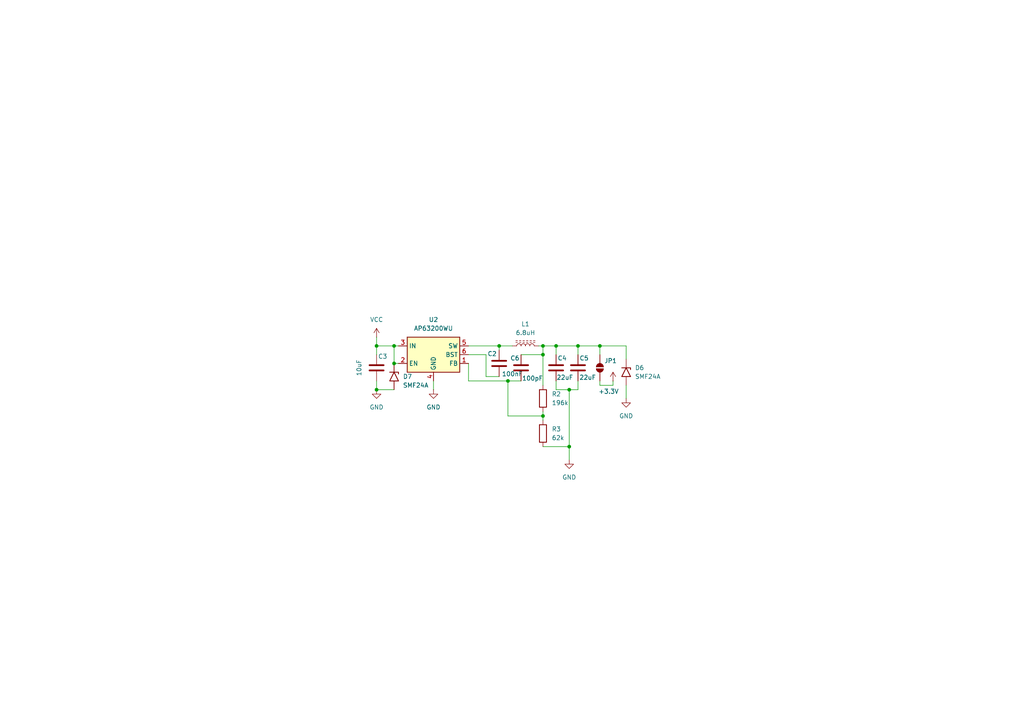
<source format=kicad_sch>
(kicad_sch
	(version 20250114)
	(generator "eeschema")
	(generator_version "9.0")
	(uuid "7e4294f7-fcce-4a84-9a6f-c6dcfccf890e")
	(paper "A4")
	(lib_symbols
		(symbol "Device:C"
			(pin_numbers
				(hide yes)
			)
			(pin_names
				(offset 0.254)
			)
			(exclude_from_sim no)
			(in_bom yes)
			(on_board yes)
			(property "Reference" "C"
				(at 0.635 2.54 0)
				(effects
					(font
						(size 1.27 1.27)
					)
					(justify left)
				)
			)
			(property "Value" "C"
				(at 0.635 -2.54 0)
				(effects
					(font
						(size 1.27 1.27)
					)
					(justify left)
				)
			)
			(property "Footprint" ""
				(at 0.9652 -3.81 0)
				(effects
					(font
						(size 1.27 1.27)
					)
					(hide yes)
				)
			)
			(property "Datasheet" "~"
				(at 0 0 0)
				(effects
					(font
						(size 1.27 1.27)
					)
					(hide yes)
				)
			)
			(property "Description" "Unpolarized capacitor"
				(at 0 0 0)
				(effects
					(font
						(size 1.27 1.27)
					)
					(hide yes)
				)
			)
			(property "ki_keywords" "cap capacitor"
				(at 0 0 0)
				(effects
					(font
						(size 1.27 1.27)
					)
					(hide yes)
				)
			)
			(property "ki_fp_filters" "C_*"
				(at 0 0 0)
				(effects
					(font
						(size 1.27 1.27)
					)
					(hide yes)
				)
			)
			(symbol "C_0_1"
				(polyline
					(pts
						(xy -2.032 0.762) (xy 2.032 0.762)
					)
					(stroke
						(width 0.508)
						(type default)
					)
					(fill
						(type none)
					)
				)
				(polyline
					(pts
						(xy -2.032 -0.762) (xy 2.032 -0.762)
					)
					(stroke
						(width 0.508)
						(type default)
					)
					(fill
						(type none)
					)
				)
			)
			(symbol "C_1_1"
				(pin passive line
					(at 0 3.81 270)
					(length 2.794)
					(name "~"
						(effects
							(font
								(size 1.27 1.27)
							)
						)
					)
					(number "1"
						(effects
							(font
								(size 1.27 1.27)
							)
						)
					)
				)
				(pin passive line
					(at 0 -3.81 90)
					(length 2.794)
					(name "~"
						(effects
							(font
								(size 1.27 1.27)
							)
						)
					)
					(number "2"
						(effects
							(font
								(size 1.27 1.27)
							)
						)
					)
				)
			)
			(embedded_fonts no)
		)
		(symbol "Device:L_Ferrite"
			(pin_numbers
				(hide yes)
			)
			(pin_names
				(offset 1.016)
				(hide yes)
			)
			(exclude_from_sim no)
			(in_bom yes)
			(on_board yes)
			(property "Reference" "L"
				(at -1.27 0 90)
				(effects
					(font
						(size 1.27 1.27)
					)
				)
			)
			(property "Value" "L_Ferrite"
				(at 2.794 0 90)
				(effects
					(font
						(size 1.27 1.27)
					)
				)
			)
			(property "Footprint" ""
				(at 0 0 0)
				(effects
					(font
						(size 1.27 1.27)
					)
					(hide yes)
				)
			)
			(property "Datasheet" "~"
				(at 0 0 0)
				(effects
					(font
						(size 1.27 1.27)
					)
					(hide yes)
				)
			)
			(property "Description" "Inductor with ferrite core"
				(at 0 0 0)
				(effects
					(font
						(size 1.27 1.27)
					)
					(hide yes)
				)
			)
			(property "ki_keywords" "inductor choke coil reactor magnetic"
				(at 0 0 0)
				(effects
					(font
						(size 1.27 1.27)
					)
					(hide yes)
				)
			)
			(property "ki_fp_filters" "Choke_* *Coil* Inductor_* L_*"
				(at 0 0 0)
				(effects
					(font
						(size 1.27 1.27)
					)
					(hide yes)
				)
			)
			(symbol "L_Ferrite_0_1"
				(arc
					(start 0 2.54)
					(mid 0.6323 1.905)
					(end 0 1.27)
					(stroke
						(width 0)
						(type default)
					)
					(fill
						(type none)
					)
				)
				(arc
					(start 0 1.27)
					(mid 0.6323 0.635)
					(end 0 0)
					(stroke
						(width 0)
						(type default)
					)
					(fill
						(type none)
					)
				)
				(arc
					(start 0 0)
					(mid 0.6323 -0.635)
					(end 0 -1.27)
					(stroke
						(width 0)
						(type default)
					)
					(fill
						(type none)
					)
				)
				(arc
					(start 0 -1.27)
					(mid 0.6323 -1.905)
					(end 0 -2.54)
					(stroke
						(width 0)
						(type default)
					)
					(fill
						(type none)
					)
				)
				(polyline
					(pts
						(xy 1.016 2.286) (xy 1.016 2.794)
					)
					(stroke
						(width 0)
						(type default)
					)
					(fill
						(type none)
					)
				)
				(polyline
					(pts
						(xy 1.016 1.27) (xy 1.016 1.778)
					)
					(stroke
						(width 0)
						(type default)
					)
					(fill
						(type none)
					)
				)
				(polyline
					(pts
						(xy 1.016 0.254) (xy 1.016 0.762)
					)
					(stroke
						(width 0)
						(type default)
					)
					(fill
						(type none)
					)
				)
				(polyline
					(pts
						(xy 1.016 -0.762) (xy 1.016 -0.254)
					)
					(stroke
						(width 0)
						(type default)
					)
					(fill
						(type none)
					)
				)
				(polyline
					(pts
						(xy 1.016 -1.778) (xy 1.016 -1.27)
					)
					(stroke
						(width 0)
						(type default)
					)
					(fill
						(type none)
					)
				)
				(polyline
					(pts
						(xy 1.016 -2.794) (xy 1.016 -2.286)
					)
					(stroke
						(width 0)
						(type default)
					)
					(fill
						(type none)
					)
				)
				(polyline
					(pts
						(xy 1.524 2.794) (xy 1.524 2.286)
					)
					(stroke
						(width 0)
						(type default)
					)
					(fill
						(type none)
					)
				)
				(polyline
					(pts
						(xy 1.524 1.778) (xy 1.524 1.27)
					)
					(stroke
						(width 0)
						(type default)
					)
					(fill
						(type none)
					)
				)
				(polyline
					(pts
						(xy 1.524 0.762) (xy 1.524 0.254)
					)
					(stroke
						(width 0)
						(type default)
					)
					(fill
						(type none)
					)
				)
				(polyline
					(pts
						(xy 1.524 -0.254) (xy 1.524 -0.762)
					)
					(stroke
						(width 0)
						(type default)
					)
					(fill
						(type none)
					)
				)
				(polyline
					(pts
						(xy 1.524 -1.27) (xy 1.524 -1.778)
					)
					(stroke
						(width 0)
						(type default)
					)
					(fill
						(type none)
					)
				)
				(polyline
					(pts
						(xy 1.524 -2.286) (xy 1.524 -2.794)
					)
					(stroke
						(width 0)
						(type default)
					)
					(fill
						(type none)
					)
				)
			)
			(symbol "L_Ferrite_1_1"
				(pin passive line
					(at 0 3.81 270)
					(length 1.27)
					(name "1"
						(effects
							(font
								(size 1.27 1.27)
							)
						)
					)
					(number "1"
						(effects
							(font
								(size 1.27 1.27)
							)
						)
					)
				)
				(pin passive line
					(at 0 -3.81 90)
					(length 1.27)
					(name "2"
						(effects
							(font
								(size 1.27 1.27)
							)
						)
					)
					(number "2"
						(effects
							(font
								(size 1.27 1.27)
							)
						)
					)
				)
			)
			(embedded_fonts no)
		)
		(symbol "Device:R"
			(pin_numbers
				(hide yes)
			)
			(pin_names
				(offset 0)
			)
			(exclude_from_sim no)
			(in_bom yes)
			(on_board yes)
			(property "Reference" "R"
				(at 2.032 0 90)
				(effects
					(font
						(size 1.27 1.27)
					)
				)
			)
			(property "Value" "R"
				(at 0 0 90)
				(effects
					(font
						(size 1.27 1.27)
					)
				)
			)
			(property "Footprint" ""
				(at -1.778 0 90)
				(effects
					(font
						(size 1.27 1.27)
					)
					(hide yes)
				)
			)
			(property "Datasheet" "~"
				(at 0 0 0)
				(effects
					(font
						(size 1.27 1.27)
					)
					(hide yes)
				)
			)
			(property "Description" "Resistor"
				(at 0 0 0)
				(effects
					(font
						(size 1.27 1.27)
					)
					(hide yes)
				)
			)
			(property "ki_keywords" "R res resistor"
				(at 0 0 0)
				(effects
					(font
						(size 1.27 1.27)
					)
					(hide yes)
				)
			)
			(property "ki_fp_filters" "R_*"
				(at 0 0 0)
				(effects
					(font
						(size 1.27 1.27)
					)
					(hide yes)
				)
			)
			(symbol "R_0_1"
				(rectangle
					(start -1.016 -2.54)
					(end 1.016 2.54)
					(stroke
						(width 0.254)
						(type default)
					)
					(fill
						(type none)
					)
				)
			)
			(symbol "R_1_1"
				(pin passive line
					(at 0 3.81 270)
					(length 1.27)
					(name "~"
						(effects
							(font
								(size 1.27 1.27)
							)
						)
					)
					(number "1"
						(effects
							(font
								(size 1.27 1.27)
							)
						)
					)
				)
				(pin passive line
					(at 0 -3.81 90)
					(length 1.27)
					(name "~"
						(effects
							(font
								(size 1.27 1.27)
							)
						)
					)
					(number "2"
						(effects
							(font
								(size 1.27 1.27)
							)
						)
					)
				)
			)
			(embedded_fonts no)
		)
		(symbol "Diode:SMF24A"
			(pin_numbers
				(hide yes)
			)
			(pin_names
				(offset 1.016)
				(hide yes)
			)
			(exclude_from_sim no)
			(in_bom yes)
			(on_board yes)
			(property "Reference" "D"
				(at 0 2.54 0)
				(effects
					(font
						(size 1.27 1.27)
					)
				)
			)
			(property "Value" "SMF24A"
				(at 0 -2.54 0)
				(effects
					(font
						(size 1.27 1.27)
					)
				)
			)
			(property "Footprint" "Diode_SMD:D_SMF"
				(at 0 -5.08 0)
				(effects
					(font
						(size 1.27 1.27)
					)
					(hide yes)
				)
			)
			(property "Datasheet" "https://www.vishay.com/doc?85881"
				(at -1.27 0 0)
				(effects
					(font
						(size 1.27 1.27)
					)
					(hide yes)
				)
			)
			(property "Description" "200W unidirectional Transil Transient Voltage Suppressor, 24Vrwm, SMF"
				(at 0 0 0)
				(effects
					(font
						(size 1.27 1.27)
					)
					(hide yes)
				)
			)
			(property "ki_keywords" "diode TVS voltage suppressor"
				(at 0 0 0)
				(effects
					(font
						(size 1.27 1.27)
					)
					(hide yes)
				)
			)
			(property "ki_fp_filters" "D*SMF*"
				(at 0 0 0)
				(effects
					(font
						(size 1.27 1.27)
					)
					(hide yes)
				)
			)
			(symbol "SMF24A_0_1"
				(polyline
					(pts
						(xy -0.762 1.27) (xy -1.27 1.27) (xy -1.27 -1.27)
					)
					(stroke
						(width 0.254)
						(type default)
					)
					(fill
						(type none)
					)
				)
				(polyline
					(pts
						(xy 1.27 1.27) (xy 1.27 -1.27) (xy -1.27 0) (xy 1.27 1.27)
					)
					(stroke
						(width 0.254)
						(type default)
					)
					(fill
						(type none)
					)
				)
			)
			(symbol "SMF24A_1_1"
				(pin passive line
					(at -3.81 0 0)
					(length 2.54)
					(name "A1"
						(effects
							(font
								(size 1.27 1.27)
							)
						)
					)
					(number "1"
						(effects
							(font
								(size 1.27 1.27)
							)
						)
					)
				)
				(pin passive line
					(at 3.81 0 180)
					(length 2.54)
					(name "A2"
						(effects
							(font
								(size 1.27 1.27)
							)
						)
					)
					(number "2"
						(effects
							(font
								(size 1.27 1.27)
							)
						)
					)
				)
			)
			(embedded_fonts no)
		)
		(symbol "Jumper:SolderJumper_2_Open"
			(pin_numbers
				(hide yes)
			)
			(pin_names
				(offset 0)
				(hide yes)
			)
			(exclude_from_sim no)
			(in_bom no)
			(on_board yes)
			(property "Reference" "JP"
				(at 0 2.032 0)
				(effects
					(font
						(size 1.27 1.27)
					)
				)
			)
			(property "Value" "SolderJumper_2_Open"
				(at 0 -2.54 0)
				(effects
					(font
						(size 1.27 1.27)
					)
				)
			)
			(property "Footprint" ""
				(at 0 0 0)
				(effects
					(font
						(size 1.27 1.27)
					)
					(hide yes)
				)
			)
			(property "Datasheet" "~"
				(at 0 0 0)
				(effects
					(font
						(size 1.27 1.27)
					)
					(hide yes)
				)
			)
			(property "Description" "Solder Jumper, 2-pole, open"
				(at 0 0 0)
				(effects
					(font
						(size 1.27 1.27)
					)
					(hide yes)
				)
			)
			(property "ki_keywords" "solder jumper SPST"
				(at 0 0 0)
				(effects
					(font
						(size 1.27 1.27)
					)
					(hide yes)
				)
			)
			(property "ki_fp_filters" "SolderJumper*Open*"
				(at 0 0 0)
				(effects
					(font
						(size 1.27 1.27)
					)
					(hide yes)
				)
			)
			(symbol "SolderJumper_2_Open_0_1"
				(polyline
					(pts
						(xy -0.254 1.016) (xy -0.254 -1.016)
					)
					(stroke
						(width 0)
						(type default)
					)
					(fill
						(type none)
					)
				)
				(arc
					(start -0.254 -1.016)
					(mid -1.2656 0)
					(end -0.254 1.016)
					(stroke
						(width 0)
						(type default)
					)
					(fill
						(type none)
					)
				)
				(arc
					(start -0.254 -1.016)
					(mid -1.2656 0)
					(end -0.254 1.016)
					(stroke
						(width 0)
						(type default)
					)
					(fill
						(type outline)
					)
				)
				(arc
					(start 0.254 1.016)
					(mid 1.2656 0)
					(end 0.254 -1.016)
					(stroke
						(width 0)
						(type default)
					)
					(fill
						(type none)
					)
				)
				(arc
					(start 0.254 1.016)
					(mid 1.2656 0)
					(end 0.254 -1.016)
					(stroke
						(width 0)
						(type default)
					)
					(fill
						(type outline)
					)
				)
				(polyline
					(pts
						(xy 0.254 1.016) (xy 0.254 -1.016)
					)
					(stroke
						(width 0)
						(type default)
					)
					(fill
						(type none)
					)
				)
			)
			(symbol "SolderJumper_2_Open_1_1"
				(pin passive line
					(at -3.81 0 0)
					(length 2.54)
					(name "A"
						(effects
							(font
								(size 1.27 1.27)
							)
						)
					)
					(number "1"
						(effects
							(font
								(size 1.27 1.27)
							)
						)
					)
				)
				(pin passive line
					(at 3.81 0 180)
					(length 2.54)
					(name "B"
						(effects
							(font
								(size 1.27 1.27)
							)
						)
					)
					(number "2"
						(effects
							(font
								(size 1.27 1.27)
							)
						)
					)
				)
			)
			(embedded_fonts no)
		)
		(symbol "Regulator_Switching:AP63200WU"
			(exclude_from_sim no)
			(in_bom yes)
			(on_board yes)
			(property "Reference" "U"
				(at -7.62 6.35 0)
				(effects
					(font
						(size 1.27 1.27)
					)
				)
			)
			(property "Value" "AP63200WU"
				(at 2.54 6.35 0)
				(effects
					(font
						(size 1.27 1.27)
					)
				)
			)
			(property "Footprint" "Package_TO_SOT_SMD:TSOT-23-6"
				(at 0 -22.86 0)
				(effects
					(font
						(size 1.27 1.27)
					)
					(hide yes)
				)
			)
			(property "Datasheet" "https://www.diodes.com/assets/Datasheets/AP63200-AP63201-AP63203-AP63205.pdf"
				(at 0 0 0)
				(effects
					(font
						(size 1.27 1.27)
					)
					(hide yes)
				)
			)
			(property "Description" "2A, 500kHz Buck DC/DC Converter, adjustable output voltage, TSOT-23-6"
				(at 0 0 0)
				(effects
					(font
						(size 1.27 1.27)
					)
					(hide yes)
				)
			)
			(property "ki_keywords" "2A Buck DC/DC"
				(at 0 0 0)
				(effects
					(font
						(size 1.27 1.27)
					)
					(hide yes)
				)
			)
			(property "ki_fp_filters" "TSOT?23*"
				(at 0 0 0)
				(effects
					(font
						(size 1.27 1.27)
					)
					(hide yes)
				)
			)
			(symbol "AP63200WU_0_1"
				(rectangle
					(start -7.62 5.08)
					(end 7.62 -5.08)
					(stroke
						(width 0.254)
						(type default)
					)
					(fill
						(type background)
					)
				)
			)
			(symbol "AP63200WU_1_1"
				(pin power_in line
					(at -10.16 2.54 0)
					(length 2.54)
					(name "IN"
						(effects
							(font
								(size 1.27 1.27)
							)
						)
					)
					(number "3"
						(effects
							(font
								(size 1.27 1.27)
							)
						)
					)
				)
				(pin input line
					(at -10.16 -2.54 0)
					(length 2.54)
					(name "EN"
						(effects
							(font
								(size 1.27 1.27)
							)
						)
					)
					(number "2"
						(effects
							(font
								(size 1.27 1.27)
							)
						)
					)
				)
				(pin power_in line
					(at 0 -7.62 90)
					(length 2.54)
					(name "GND"
						(effects
							(font
								(size 1.27 1.27)
							)
						)
					)
					(number "4"
						(effects
							(font
								(size 1.27 1.27)
							)
						)
					)
				)
				(pin output line
					(at 10.16 2.54 180)
					(length 2.54)
					(name "SW"
						(effects
							(font
								(size 1.27 1.27)
							)
						)
					)
					(number "5"
						(effects
							(font
								(size 1.27 1.27)
							)
						)
					)
				)
				(pin passive line
					(at 10.16 0 180)
					(length 2.54)
					(name "BST"
						(effects
							(font
								(size 1.27 1.27)
							)
						)
					)
					(number "6"
						(effects
							(font
								(size 1.27 1.27)
							)
						)
					)
				)
				(pin input line
					(at 10.16 -2.54 180)
					(length 2.54)
					(name "FB"
						(effects
							(font
								(size 1.27 1.27)
							)
						)
					)
					(number "1"
						(effects
							(font
								(size 1.27 1.27)
							)
						)
					)
				)
			)
			(embedded_fonts no)
		)
		(symbol "power:+3.3V"
			(power)
			(pin_numbers
				(hide yes)
			)
			(pin_names
				(offset 0)
				(hide yes)
			)
			(exclude_from_sim no)
			(in_bom yes)
			(on_board yes)
			(property "Reference" "#PWR"
				(at 0 -3.81 0)
				(effects
					(font
						(size 1.27 1.27)
					)
					(hide yes)
				)
			)
			(property "Value" "+3.3V"
				(at 0 3.556 0)
				(effects
					(font
						(size 1.27 1.27)
					)
				)
			)
			(property "Footprint" ""
				(at 0 0 0)
				(effects
					(font
						(size 1.27 1.27)
					)
					(hide yes)
				)
			)
			(property "Datasheet" ""
				(at 0 0 0)
				(effects
					(font
						(size 1.27 1.27)
					)
					(hide yes)
				)
			)
			(property "Description" "Power symbol creates a global label with name \"+3.3V\""
				(at 0 0 0)
				(effects
					(font
						(size 1.27 1.27)
					)
					(hide yes)
				)
			)
			(property "ki_keywords" "global power"
				(at 0 0 0)
				(effects
					(font
						(size 1.27 1.27)
					)
					(hide yes)
				)
			)
			(symbol "+3.3V_0_1"
				(polyline
					(pts
						(xy -0.762 1.27) (xy 0 2.54)
					)
					(stroke
						(width 0)
						(type default)
					)
					(fill
						(type none)
					)
				)
				(polyline
					(pts
						(xy 0 2.54) (xy 0.762 1.27)
					)
					(stroke
						(width 0)
						(type default)
					)
					(fill
						(type none)
					)
				)
				(polyline
					(pts
						(xy 0 0) (xy 0 2.54)
					)
					(stroke
						(width 0)
						(type default)
					)
					(fill
						(type none)
					)
				)
			)
			(symbol "+3.3V_1_1"
				(pin power_in line
					(at 0 0 90)
					(length 0)
					(name "~"
						(effects
							(font
								(size 1.27 1.27)
							)
						)
					)
					(number "1"
						(effects
							(font
								(size 1.27 1.27)
							)
						)
					)
				)
			)
			(embedded_fonts no)
		)
		(symbol "power:GND"
			(power)
			(pin_numbers
				(hide yes)
			)
			(pin_names
				(offset 0)
				(hide yes)
			)
			(exclude_from_sim no)
			(in_bom yes)
			(on_board yes)
			(property "Reference" "#PWR"
				(at 0 -6.35 0)
				(effects
					(font
						(size 1.27 1.27)
					)
					(hide yes)
				)
			)
			(property "Value" "GND"
				(at 0 -3.81 0)
				(effects
					(font
						(size 1.27 1.27)
					)
				)
			)
			(property "Footprint" ""
				(at 0 0 0)
				(effects
					(font
						(size 1.27 1.27)
					)
					(hide yes)
				)
			)
			(property "Datasheet" ""
				(at 0 0 0)
				(effects
					(font
						(size 1.27 1.27)
					)
					(hide yes)
				)
			)
			(property "Description" "Power symbol creates a global label with name \"GND\" , ground"
				(at 0 0 0)
				(effects
					(font
						(size 1.27 1.27)
					)
					(hide yes)
				)
			)
			(property "ki_keywords" "global power"
				(at 0 0 0)
				(effects
					(font
						(size 1.27 1.27)
					)
					(hide yes)
				)
			)
			(symbol "GND_0_1"
				(polyline
					(pts
						(xy 0 0) (xy 0 -1.27) (xy 1.27 -1.27) (xy 0 -2.54) (xy -1.27 -1.27) (xy 0 -1.27)
					)
					(stroke
						(width 0)
						(type default)
					)
					(fill
						(type none)
					)
				)
			)
			(symbol "GND_1_1"
				(pin power_in line
					(at 0 0 270)
					(length 0)
					(name "~"
						(effects
							(font
								(size 1.27 1.27)
							)
						)
					)
					(number "1"
						(effects
							(font
								(size 1.27 1.27)
							)
						)
					)
				)
			)
			(embedded_fonts no)
		)
		(symbol "power:VCC"
			(power)
			(pin_numbers
				(hide yes)
			)
			(pin_names
				(offset 0)
				(hide yes)
			)
			(exclude_from_sim no)
			(in_bom yes)
			(on_board yes)
			(property "Reference" "#PWR"
				(at 0 -3.81 0)
				(effects
					(font
						(size 1.27 1.27)
					)
					(hide yes)
				)
			)
			(property "Value" "VCC"
				(at 0 3.556 0)
				(effects
					(font
						(size 1.27 1.27)
					)
				)
			)
			(property "Footprint" ""
				(at 0 0 0)
				(effects
					(font
						(size 1.27 1.27)
					)
					(hide yes)
				)
			)
			(property "Datasheet" ""
				(at 0 0 0)
				(effects
					(font
						(size 1.27 1.27)
					)
					(hide yes)
				)
			)
			(property "Description" "Power symbol creates a global label with name \"VCC\""
				(at 0 0 0)
				(effects
					(font
						(size 1.27 1.27)
					)
					(hide yes)
				)
			)
			(property "ki_keywords" "global power"
				(at 0 0 0)
				(effects
					(font
						(size 1.27 1.27)
					)
					(hide yes)
				)
			)
			(symbol "VCC_0_1"
				(polyline
					(pts
						(xy -0.762 1.27) (xy 0 2.54)
					)
					(stroke
						(width 0)
						(type default)
					)
					(fill
						(type none)
					)
				)
				(polyline
					(pts
						(xy 0 2.54) (xy 0.762 1.27)
					)
					(stroke
						(width 0)
						(type default)
					)
					(fill
						(type none)
					)
				)
				(polyline
					(pts
						(xy 0 0) (xy 0 2.54)
					)
					(stroke
						(width 0)
						(type default)
					)
					(fill
						(type none)
					)
				)
			)
			(symbol "VCC_1_1"
				(pin power_in line
					(at 0 0 90)
					(length 0)
					(name "~"
						(effects
							(font
								(size 1.27 1.27)
							)
						)
					)
					(number "1"
						(effects
							(font
								(size 1.27 1.27)
							)
						)
					)
				)
			)
			(embedded_fonts no)
		)
	)
	(junction
		(at 157.48 100.33)
		(diameter 0)
		(color 0 0 0 0)
		(uuid "1a874b69-72a3-4ab0-b174-ed3ed5dbf236")
	)
	(junction
		(at 165.1 129.54)
		(diameter 0)
		(color 0 0 0 0)
		(uuid "2cc453ee-b4fb-4d48-b6d1-696aecd5ce4b")
	)
	(junction
		(at 114.3 105.41)
		(diameter 0)
		(color 0 0 0 0)
		(uuid "30b9fb34-5253-4b2c-b016-ab392dc74b55")
	)
	(junction
		(at 173.99 100.33)
		(diameter 0)
		(color 0 0 0 0)
		(uuid "3d6c3c7d-196a-4033-b7fa-a132b2272bab")
	)
	(junction
		(at 109.22 100.33)
		(diameter 0)
		(color 0 0 0 0)
		(uuid "48ebfa57-fba7-46c0-a328-e9b5e30e09c7")
	)
	(junction
		(at 144.78 100.33)
		(diameter 0)
		(color 0 0 0 0)
		(uuid "53389384-05e7-4fcd-97de-0a098cfa8ee5")
	)
	(junction
		(at 114.3 100.33)
		(diameter 0)
		(color 0 0 0 0)
		(uuid "840af9ce-e49e-425c-bf95-0cb77a131d51")
	)
	(junction
		(at 165.1 113.03)
		(diameter 0)
		(color 0 0 0 0)
		(uuid "873baf07-ad96-4f66-9c28-3ba0a71518da")
	)
	(junction
		(at 157.48 102.87)
		(diameter 0)
		(color 0 0 0 0)
		(uuid "b45ed601-7ce0-4342-aeae-40b4216265a4")
	)
	(junction
		(at 167.64 100.33)
		(diameter 0)
		(color 0 0 0 0)
		(uuid "c35b4676-5722-4c03-aba6-5c1c86b8deac")
	)
	(junction
		(at 157.48 120.65)
		(diameter 0)
		(color 0 0 0 0)
		(uuid "d5d6e0d9-628a-44a8-af3a-c2362d55c409")
	)
	(junction
		(at 161.29 100.33)
		(diameter 0)
		(color 0 0 0 0)
		(uuid "d820544d-ea4a-4ef1-9234-072555ebcaa3")
	)
	(junction
		(at 147.32 110.49)
		(diameter 0)
		(color 0 0 0 0)
		(uuid "d84e3872-7070-4113-8fbb-4ae33175eb03")
	)
	(junction
		(at 109.22 113.03)
		(diameter 0)
		(color 0 0 0 0)
		(uuid "e828ee63-fa7c-419d-bc4d-fbd64b67a465")
	)
	(wire
		(pts
			(xy 157.48 120.65) (xy 157.48 121.92)
		)
		(stroke
			(width 0)
			(type default)
		)
		(uuid "0760e547-54e9-40d7-b312-e302cb26c105")
	)
	(wire
		(pts
			(xy 147.32 120.65) (xy 157.48 120.65)
		)
		(stroke
			(width 0)
			(type default)
		)
		(uuid "0bc969ff-50c6-447d-af16-b5e40fd642b0")
	)
	(wire
		(pts
			(xy 161.29 113.03) (xy 161.29 110.49)
		)
		(stroke
			(width 0)
			(type default)
		)
		(uuid "0dbbbe9a-044b-4f11-99e3-b6aa63fd9958")
	)
	(wire
		(pts
			(xy 157.48 100.33) (xy 161.29 100.33)
		)
		(stroke
			(width 0)
			(type default)
		)
		(uuid "17dc2562-79f8-4521-9343-c9b8d4e10cc6")
	)
	(wire
		(pts
			(xy 114.3 105.41) (xy 114.3 100.33)
		)
		(stroke
			(width 0)
			(type default)
		)
		(uuid "18bba335-311e-476d-926d-98da39eabf7a")
	)
	(wire
		(pts
			(xy 147.32 110.49) (xy 151.13 110.49)
		)
		(stroke
			(width 0)
			(type default)
		)
		(uuid "1ade1660-d40d-44ff-bba8-7e841ac8dcf1")
	)
	(wire
		(pts
			(xy 167.64 100.33) (xy 167.64 102.87)
		)
		(stroke
			(width 0)
			(type default)
		)
		(uuid "1d74b0b8-633e-45c8-bbb3-6cbcd1783b9d")
	)
	(wire
		(pts
			(xy 181.61 100.33) (xy 173.99 100.33)
		)
		(stroke
			(width 0)
			(type default)
		)
		(uuid "1f5b02a7-b504-4522-824a-e207b6595ad8")
	)
	(wire
		(pts
			(xy 109.22 110.49) (xy 109.22 113.03)
		)
		(stroke
			(width 0)
			(type default)
		)
		(uuid "29a392fe-7697-4d26-8259-fa6ee6983cf4")
	)
	(wire
		(pts
			(xy 173.99 110.49) (xy 173.99 111.76)
		)
		(stroke
			(width 0)
			(type default)
		)
		(uuid "34f1e4ea-3032-42a7-bc45-5db043a83499")
	)
	(wire
		(pts
			(xy 115.57 105.41) (xy 114.3 105.41)
		)
		(stroke
			(width 0)
			(type default)
		)
		(uuid "3523b7a0-a75e-454c-9051-2ef392bbc94a")
	)
	(wire
		(pts
			(xy 157.48 102.87) (xy 157.48 111.76)
		)
		(stroke
			(width 0)
			(type default)
		)
		(uuid "36807174-f7c9-4891-bd3a-e97fc63bfb85")
	)
	(wire
		(pts
			(xy 147.32 110.49) (xy 147.32 120.65)
		)
		(stroke
			(width 0)
			(type default)
		)
		(uuid "3d28ad6b-62b3-4cd7-a9c4-76f43476875a")
	)
	(wire
		(pts
			(xy 165.1 113.03) (xy 165.1 129.54)
		)
		(stroke
			(width 0)
			(type default)
		)
		(uuid "3f05bcdb-1985-48c6-bcb6-4533ab75e7c6")
	)
	(wire
		(pts
			(xy 157.48 100.33) (xy 157.48 102.87)
		)
		(stroke
			(width 0)
			(type default)
		)
		(uuid "40ac02dc-e468-4d8a-8a95-f68068f0735c")
	)
	(wire
		(pts
			(xy 151.13 102.87) (xy 157.48 102.87)
		)
		(stroke
			(width 0)
			(type default)
		)
		(uuid "416dda09-a6de-4bc4-b9a7-f36452aacc34")
	)
	(wire
		(pts
			(xy 173.99 100.33) (xy 173.99 102.87)
		)
		(stroke
			(width 0)
			(type default)
		)
		(uuid "4494267c-49e0-44c3-8d59-74683b15503e")
	)
	(wire
		(pts
			(xy 109.22 100.33) (xy 114.3 100.33)
		)
		(stroke
			(width 0)
			(type default)
		)
		(uuid "4da47c7f-0f47-4764-b8d7-14f2b11aae2a")
	)
	(wire
		(pts
			(xy 125.73 110.49) (xy 125.73 113.03)
		)
		(stroke
			(width 0)
			(type default)
		)
		(uuid "53735e3d-8d22-4944-b41a-8458e3d9877d")
	)
	(wire
		(pts
			(xy 165.1 113.03) (xy 161.29 113.03)
		)
		(stroke
			(width 0)
			(type default)
		)
		(uuid "64f0c53a-7aea-46ef-a19c-37056779c873")
	)
	(wire
		(pts
			(xy 156.21 100.33) (xy 157.48 100.33)
		)
		(stroke
			(width 0)
			(type default)
		)
		(uuid "67091c65-503a-4f44-9323-5108560a204c")
	)
	(wire
		(pts
			(xy 177.8 111.76) (xy 173.99 111.76)
		)
		(stroke
			(width 0)
			(type default)
		)
		(uuid "672c7442-f8a2-4ebd-b901-22dd7e684cf1")
	)
	(wire
		(pts
			(xy 135.89 110.49) (xy 135.89 105.41)
		)
		(stroke
			(width 0)
			(type default)
		)
		(uuid "67ece04d-f712-44b7-8e35-28d3a45a865c")
	)
	(wire
		(pts
			(xy 144.78 109.22) (xy 140.97 109.22)
		)
		(stroke
			(width 0)
			(type default)
		)
		(uuid "6a325c07-6cf0-4d94-998f-067c1ac0825c")
	)
	(wire
		(pts
			(xy 167.64 113.03) (xy 165.1 113.03)
		)
		(stroke
			(width 0)
			(type default)
		)
		(uuid "6d26bc25-670c-4b30-977d-5c6e2fcc2d57")
	)
	(wire
		(pts
			(xy 181.61 111.76) (xy 181.61 115.57)
		)
		(stroke
			(width 0)
			(type default)
		)
		(uuid "6f498d15-5d9b-4136-99f0-fe521359b7f6")
	)
	(wire
		(pts
			(xy 140.97 102.87) (xy 135.89 102.87)
		)
		(stroke
			(width 0)
			(type default)
		)
		(uuid "708351d6-8283-4bd3-bb4d-0a76ae411f75")
	)
	(wire
		(pts
			(xy 144.78 100.33) (xy 148.59 100.33)
		)
		(stroke
			(width 0)
			(type default)
		)
		(uuid "73bd92f2-1fb7-4d4f-8253-960a33e0ed91")
	)
	(wire
		(pts
			(xy 157.48 129.54) (xy 165.1 129.54)
		)
		(stroke
			(width 0)
			(type default)
		)
		(uuid "7afa315e-8dcb-4297-83ab-47100cf93da9")
	)
	(wire
		(pts
			(xy 135.89 110.49) (xy 147.32 110.49)
		)
		(stroke
			(width 0)
			(type default)
		)
		(uuid "8343af32-7e0a-497e-aafc-0b6c1c63a977")
	)
	(wire
		(pts
			(xy 167.64 100.33) (xy 173.99 100.33)
		)
		(stroke
			(width 0)
			(type default)
		)
		(uuid "98896936-d4aa-4bc0-8236-e88d078e7db4")
	)
	(wire
		(pts
			(xy 181.61 104.14) (xy 181.61 100.33)
		)
		(stroke
			(width 0)
			(type default)
		)
		(uuid "9da19ac1-8523-4f83-bc62-129af49db30d")
	)
	(wire
		(pts
			(xy 177.8 110.49) (xy 177.8 111.76)
		)
		(stroke
			(width 0)
			(type default)
		)
		(uuid "a305eb07-d7cd-4927-9595-c2fe6e83fc05")
	)
	(wire
		(pts
			(xy 161.29 100.33) (xy 161.29 102.87)
		)
		(stroke
			(width 0)
			(type default)
		)
		(uuid "a6f8c0d1-1f31-41b9-9dfe-723121a7666b")
	)
	(wire
		(pts
			(xy 109.22 97.79) (xy 109.22 100.33)
		)
		(stroke
			(width 0)
			(type default)
		)
		(uuid "a8145907-bc4a-4150-97ef-6e10e7958ee7")
	)
	(wire
		(pts
			(xy 109.22 113.03) (xy 114.3 113.03)
		)
		(stroke
			(width 0)
			(type default)
		)
		(uuid "ad7da795-9a47-4e47-9d10-c00ef165fd21")
	)
	(wire
		(pts
			(xy 109.22 100.33) (xy 109.22 102.87)
		)
		(stroke
			(width 0)
			(type default)
		)
		(uuid "b2f4cdc4-0b5a-4653-93b8-d973fd162ad0")
	)
	(wire
		(pts
			(xy 114.3 100.33) (xy 115.57 100.33)
		)
		(stroke
			(width 0)
			(type default)
		)
		(uuid "bc86ed46-7653-48a7-8d37-d87a2c25f88b")
	)
	(wire
		(pts
			(xy 135.89 100.33) (xy 144.78 100.33)
		)
		(stroke
			(width 0)
			(type default)
		)
		(uuid "c2508131-808c-4b5d-a393-8caa49943b41")
	)
	(wire
		(pts
			(xy 165.1 129.54) (xy 165.1 133.35)
		)
		(stroke
			(width 0)
			(type default)
		)
		(uuid "c3abeda8-0f30-4a71-a956-11d75347e062")
	)
	(wire
		(pts
			(xy 161.29 100.33) (xy 167.64 100.33)
		)
		(stroke
			(width 0)
			(type default)
		)
		(uuid "c48ceda4-9b56-443d-be1e-616605078648")
	)
	(wire
		(pts
			(xy 167.64 110.49) (xy 167.64 113.03)
		)
		(stroke
			(width 0)
			(type default)
		)
		(uuid "c749a6b3-c1c9-4c7b-ba13-db548c1f7c49")
	)
	(wire
		(pts
			(xy 140.97 109.22) (xy 140.97 102.87)
		)
		(stroke
			(width 0)
			(type default)
		)
		(uuid "c87c8e4c-6596-4727-9e39-a8316754f396")
	)
	(wire
		(pts
			(xy 157.48 119.38) (xy 157.48 120.65)
		)
		(stroke
			(width 0)
			(type default)
		)
		(uuid "fa700c05-1dd3-43e2-bcd7-63619be8ad75")
	)
	(wire
		(pts
			(xy 144.78 100.33) (xy 144.78 101.6)
		)
		(stroke
			(width 0)
			(type default)
		)
		(uuid "fbf2ec75-acb9-4cd4-9acb-7d06e0917cc2")
	)
	(symbol
		(lib_id "power:GND")
		(at 125.73 113.03 0)
		(unit 1)
		(exclude_from_sim no)
		(in_bom yes)
		(on_board yes)
		(dnp no)
		(fields_autoplaced yes)
		(uuid "0e21f61b-6a4e-47b2-a186-56f17e4660ce")
		(property "Reference" "#PWR13"
			(at 125.73 119.38 0)
			(effects
				(font
					(size 1.27 1.27)
				)
				(hide yes)
			)
		)
		(property "Value" "GND"
			(at 125.73 118.11 0)
			(effects
				(font
					(size 1.27 1.27)
				)
			)
		)
		(property "Footprint" ""
			(at 125.73 113.03 0)
			(effects
				(font
					(size 1.27 1.27)
				)
				(hide yes)
			)
		)
		(property "Datasheet" ""
			(at 125.73 113.03 0)
			(effects
				(font
					(size 1.27 1.27)
				)
				(hide yes)
			)
		)
		(property "Description" "Power symbol creates a global label with name \"GND\" , ground"
			(at 125.73 113.03 0)
			(effects
				(font
					(size 1.27 1.27)
				)
				(hide yes)
			)
		)
		(pin "1"
			(uuid "686d4217-2fb1-407c-a1d5-18614b2b32e6")
		)
		(instances
			(project ""
				(path "/8290cc18-06d0-4e02-a781-29a61ebc321a/9e4d7a0c-a5eb-4e88-9036-0c35e68b279a/8ab7d9d8-a14c-43b1-bf79-ac7dfdaef76f"
					(reference "#PWR13")
					(unit 1)
				)
			)
		)
	)
	(symbol
		(lib_id "power:GND")
		(at 165.1 133.35 0)
		(unit 1)
		(exclude_from_sim no)
		(in_bom yes)
		(on_board yes)
		(dnp no)
		(fields_autoplaced yes)
		(uuid "0e6f663a-8e71-44a2-86aa-0c632cd76af2")
		(property "Reference" "#PWR15"
			(at 165.1 139.7 0)
			(effects
				(font
					(size 1.27 1.27)
				)
				(hide yes)
			)
		)
		(property "Value" "GND"
			(at 165.1 138.43 0)
			(effects
				(font
					(size 1.27 1.27)
				)
			)
		)
		(property "Footprint" ""
			(at 165.1 133.35 0)
			(effects
				(font
					(size 1.27 1.27)
				)
				(hide yes)
			)
		)
		(property "Datasheet" ""
			(at 165.1 133.35 0)
			(effects
				(font
					(size 1.27 1.27)
				)
				(hide yes)
			)
		)
		(property "Description" "Power symbol creates a global label with name \"GND\" , ground"
			(at 165.1 133.35 0)
			(effects
				(font
					(size 1.27 1.27)
				)
				(hide yes)
			)
		)
		(pin "1"
			(uuid "836d18ef-30c0-4678-bb1d-409bd0027c31")
		)
		(instances
			(project "NIVARA"
				(path "/8290cc18-06d0-4e02-a781-29a61ebc321a/9e4d7a0c-a5eb-4e88-9036-0c35e68b279a/8ab7d9d8-a14c-43b1-bf79-ac7dfdaef76f"
					(reference "#PWR15")
					(unit 1)
				)
			)
		)
	)
	(symbol
		(lib_id "Device:C")
		(at 151.13 106.68 0)
		(unit 1)
		(exclude_from_sim no)
		(in_bom yes)
		(on_board yes)
		(dnp no)
		(uuid "12d82860-c42c-4288-bc21-4f130d7cb8e0")
		(property "Reference" "C6"
			(at 149.352 103.886 0)
			(effects
				(font
					(size 1.27 1.27)
				)
			)
		)
		(property "Value" "100pF"
			(at 154.432 109.728 0)
			(effects
				(font
					(size 1.27 1.27)
				)
			)
		)
		(property "Footprint" ""
			(at 152.0952 110.49 0)
			(effects
				(font
					(size 1.27 1.27)
				)
				(hide yes)
			)
		)
		(property "Datasheet" "~"
			(at 151.13 106.68 0)
			(effects
				(font
					(size 1.27 1.27)
				)
				(hide yes)
			)
		)
		(property "Description" "Unpolarized capacitor"
			(at 151.13 106.68 0)
			(effects
				(font
					(size 1.27 1.27)
				)
				(hide yes)
			)
		)
		(pin "1"
			(uuid "e9c81e75-97f0-4566-8d09-bfed0145f83f")
		)
		(pin "2"
			(uuid "8f92ba28-c89d-429c-bade-4a0a6ca9fea7")
		)
		(instances
			(project "NIVARA"
				(path "/8290cc18-06d0-4e02-a781-29a61ebc321a/9e4d7a0c-a5eb-4e88-9036-0c35e68b279a/8ab7d9d8-a14c-43b1-bf79-ac7dfdaef76f"
					(reference "C6")
					(unit 1)
				)
			)
		)
	)
	(symbol
		(lib_id "Device:C")
		(at 161.29 106.68 180)
		(unit 1)
		(exclude_from_sim no)
		(in_bom yes)
		(on_board yes)
		(dnp no)
		(uuid "23d20080-2246-41a4-bd7f-3a24cd5a10f3")
		(property "Reference" "C4"
			(at 163.068 103.886 0)
			(effects
				(font
					(size 1.27 1.27)
				)
			)
		)
		(property "Value" "22uF"
			(at 163.83 109.474 0)
			(effects
				(font
					(size 1.27 1.27)
				)
			)
		)
		(property "Footprint" ""
			(at 160.3248 102.87 0)
			(effects
				(font
					(size 1.27 1.27)
				)
				(hide yes)
			)
		)
		(property "Datasheet" "~"
			(at 161.29 106.68 0)
			(effects
				(font
					(size 1.27 1.27)
				)
				(hide yes)
			)
		)
		(property "Description" "Unpolarized capacitor"
			(at 161.29 106.68 0)
			(effects
				(font
					(size 1.27 1.27)
				)
				(hide yes)
			)
		)
		(pin "1"
			(uuid "4b8316d1-e44c-4d79-8ced-e6bf8db27997")
		)
		(pin "2"
			(uuid "0b8a7eb6-141d-4ccf-bac0-9d0508144fba")
		)
		(instances
			(project "NIVARA"
				(path "/8290cc18-06d0-4e02-a781-29a61ebc321a/9e4d7a0c-a5eb-4e88-9036-0c35e68b279a/8ab7d9d8-a14c-43b1-bf79-ac7dfdaef76f"
					(reference "C4")
					(unit 1)
				)
			)
		)
	)
	(symbol
		(lib_id "Regulator_Switching:AP63200WU")
		(at 125.73 102.87 0)
		(unit 1)
		(exclude_from_sim no)
		(in_bom yes)
		(on_board yes)
		(dnp no)
		(fields_autoplaced yes)
		(uuid "3969479d-123e-4143-aebc-6d5e5421000c")
		(property "Reference" "U2"
			(at 125.73 92.71 0)
			(effects
				(font
					(size 1.27 1.27)
				)
			)
		)
		(property "Value" "AP63200WU"
			(at 125.73 95.25 0)
			(effects
				(font
					(size 1.27 1.27)
				)
			)
		)
		(property "Footprint" "Package_TO_SOT_SMD:TSOT-23-6"
			(at 125.73 125.73 0)
			(effects
				(font
					(size 1.27 1.27)
				)
				(hide yes)
			)
		)
		(property "Datasheet" "https://www.diodes.com/assets/Datasheets/AP63200-AP63201-AP63203-AP63205.pdf"
			(at 125.73 102.87 0)
			(effects
				(font
					(size 1.27 1.27)
				)
				(hide yes)
			)
		)
		(property "Description" "2A, 500kHz Buck DC/DC Converter, adjustable output voltage, TSOT-23-6"
			(at 125.73 102.87 0)
			(effects
				(font
					(size 1.27 1.27)
				)
				(hide yes)
			)
		)
		(pin "1"
			(uuid "afa471e5-cf7b-46dd-ac54-1b21c7d27114")
		)
		(pin "4"
			(uuid "a1340555-12af-4e75-93d9-f2d0ef21e8fa")
		)
		(pin "5"
			(uuid "03899440-26a8-4a5c-8b68-29c3def09a82")
		)
		(pin "2"
			(uuid "ebcd4919-b36d-4b0e-84c8-02352be52bf0")
		)
		(pin "6"
			(uuid "3dcb7333-582b-45e5-94c2-20d1b5bea4d8")
		)
		(pin "3"
			(uuid "706907ea-48b7-4b11-9dd4-8b5aaa78d895")
		)
		(instances
			(project ""
				(path "/8290cc18-06d0-4e02-a781-29a61ebc321a/9e4d7a0c-a5eb-4e88-9036-0c35e68b279a/8ab7d9d8-a14c-43b1-bf79-ac7dfdaef76f"
					(reference "U2")
					(unit 1)
				)
			)
		)
	)
	(symbol
		(lib_id "power:+3.3V")
		(at 177.8 110.49 0)
		(unit 1)
		(exclude_from_sim no)
		(in_bom yes)
		(on_board yes)
		(dnp no)
		(uuid "3cc0b3c3-075a-413c-992b-b165c019a428")
		(property "Reference" "#PWR1"
			(at 177.8 114.3 0)
			(effects
				(font
					(size 1.27 1.27)
				)
				(hide yes)
			)
		)
		(property "Value" "+3.3V"
			(at 176.53 113.538 0)
			(effects
				(font
					(size 1.27 1.27)
				)
			)
		)
		(property "Footprint" ""
			(at 177.8 110.49 0)
			(effects
				(font
					(size 1.27 1.27)
				)
				(hide yes)
			)
		)
		(property "Datasheet" ""
			(at 177.8 110.49 0)
			(effects
				(font
					(size 1.27 1.27)
				)
				(hide yes)
			)
		)
		(property "Description" "Power symbol creates a global label with name \"+3.3V\""
			(at 177.8 110.49 0)
			(effects
				(font
					(size 1.27 1.27)
				)
				(hide yes)
			)
		)
		(pin "1"
			(uuid "6068aeeb-ba6d-4ef1-8d20-e88162b12865")
		)
		(instances
			(project ""
				(path "/8290cc18-06d0-4e02-a781-29a61ebc321a/9e4d7a0c-a5eb-4e88-9036-0c35e68b279a/8ab7d9d8-a14c-43b1-bf79-ac7dfdaef76f"
					(reference "#PWR1")
					(unit 1)
				)
			)
		)
	)
	(symbol
		(lib_id "Device:R")
		(at 157.48 125.73 0)
		(unit 1)
		(exclude_from_sim no)
		(in_bom yes)
		(on_board yes)
		(dnp no)
		(fields_autoplaced yes)
		(uuid "3efb581d-de94-4c4e-9548-0819a151d7da")
		(property "Reference" "R3"
			(at 160.02 124.4599 0)
			(effects
				(font
					(size 1.27 1.27)
				)
				(justify left)
			)
		)
		(property "Value" "62k"
			(at 160.02 126.9999 0)
			(effects
				(font
					(size 1.27 1.27)
				)
				(justify left)
			)
		)
		(property "Footprint" ""
			(at 155.702 125.73 90)
			(effects
				(font
					(size 1.27 1.27)
				)
				(hide yes)
			)
		)
		(property "Datasheet" "~"
			(at 157.48 125.73 0)
			(effects
				(font
					(size 1.27 1.27)
				)
				(hide yes)
			)
		)
		(property "Description" "Resistor"
			(at 157.48 125.73 0)
			(effects
				(font
					(size 1.27 1.27)
				)
				(hide yes)
			)
		)
		(pin "2"
			(uuid "2bf610ab-98ca-4ab8-bcdb-5ae13d362a40")
		)
		(pin "1"
			(uuid "b6167cb1-2b78-46a1-afcf-06cf460b85a7")
		)
		(instances
			(project "NIVARA"
				(path "/8290cc18-06d0-4e02-a781-29a61ebc321a/9e4d7a0c-a5eb-4e88-9036-0c35e68b279a/8ab7d9d8-a14c-43b1-bf79-ac7dfdaef76f"
					(reference "R3")
					(unit 1)
				)
			)
		)
	)
	(symbol
		(lib_id "Device:R")
		(at 157.48 115.57 0)
		(unit 1)
		(exclude_from_sim no)
		(in_bom yes)
		(on_board yes)
		(dnp no)
		(fields_autoplaced yes)
		(uuid "4cfa24c9-1cfc-4c69-942e-f281d1751d42")
		(property "Reference" "R2"
			(at 160.02 114.2999 0)
			(effects
				(font
					(size 1.27 1.27)
				)
				(justify left)
			)
		)
		(property "Value" "196k"
			(at 160.02 116.8399 0)
			(effects
				(font
					(size 1.27 1.27)
				)
				(justify left)
			)
		)
		(property "Footprint" ""
			(at 155.702 115.57 90)
			(effects
				(font
					(size 1.27 1.27)
				)
				(hide yes)
			)
		)
		(property "Datasheet" "~"
			(at 157.48 115.57 0)
			(effects
				(font
					(size 1.27 1.27)
				)
				(hide yes)
			)
		)
		(property "Description" "Resistor"
			(at 157.48 115.57 0)
			(effects
				(font
					(size 1.27 1.27)
				)
				(hide yes)
			)
		)
		(pin "2"
			(uuid "25b52e42-d76a-4e42-995a-bb72a0bf70a2")
		)
		(pin "1"
			(uuid "1ec04b18-66ec-4f48-b381-6d81635d756c")
		)
		(instances
			(project ""
				(path "/8290cc18-06d0-4e02-a781-29a61ebc321a/9e4d7a0c-a5eb-4e88-9036-0c35e68b279a/8ab7d9d8-a14c-43b1-bf79-ac7dfdaef76f"
					(reference "R2")
					(unit 1)
				)
			)
		)
	)
	(symbol
		(lib_id "power:GND")
		(at 109.22 113.03 0)
		(unit 1)
		(exclude_from_sim no)
		(in_bom yes)
		(on_board yes)
		(dnp no)
		(fields_autoplaced yes)
		(uuid "502b9767-6d19-4662-a3c9-ba91b2c0cc18")
		(property "Reference" "#PWR14"
			(at 109.22 119.38 0)
			(effects
				(font
					(size 1.27 1.27)
				)
				(hide yes)
			)
		)
		(property "Value" "GND"
			(at 109.22 118.11 0)
			(effects
				(font
					(size 1.27 1.27)
				)
			)
		)
		(property "Footprint" ""
			(at 109.22 113.03 0)
			(effects
				(font
					(size 1.27 1.27)
				)
				(hide yes)
			)
		)
		(property "Datasheet" ""
			(at 109.22 113.03 0)
			(effects
				(font
					(size 1.27 1.27)
				)
				(hide yes)
			)
		)
		(property "Description" "Power symbol creates a global label with name \"GND\" , ground"
			(at 109.22 113.03 0)
			(effects
				(font
					(size 1.27 1.27)
				)
				(hide yes)
			)
		)
		(pin "1"
			(uuid "a376815d-bb5e-4e12-bdf1-a4f53f7816c3")
		)
		(instances
			(project "NIVARA"
				(path "/8290cc18-06d0-4e02-a781-29a61ebc321a/9e4d7a0c-a5eb-4e88-9036-0c35e68b279a/8ab7d9d8-a14c-43b1-bf79-ac7dfdaef76f"
					(reference "#PWR14")
					(unit 1)
				)
			)
		)
	)
	(symbol
		(lib_id "Diode:SMF24A")
		(at 114.3 109.22 270)
		(unit 1)
		(exclude_from_sim no)
		(in_bom yes)
		(on_board yes)
		(dnp no)
		(uuid "60ec403c-e586-4d53-92d4-e8e3080e4215")
		(property "Reference" "D7"
			(at 116.84 109.22 90)
			(effects
				(font
					(size 1.27 1.27)
				)
				(justify left)
			)
		)
		(property "Value" "SMF24A"
			(at 116.84 111.76 90)
			(effects
				(font
					(size 1.27 1.27)
				)
				(justify left)
			)
		)
		(property "Footprint" "Diode_SMD:D_SMF"
			(at 109.22 109.22 0)
			(effects
				(font
					(size 1.27 1.27)
				)
				(hide yes)
			)
		)
		(property "Datasheet" "https://www.vishay.com/doc?85881"
			(at 114.3 107.95 0)
			(effects
				(font
					(size 1.27 1.27)
				)
				(hide yes)
			)
		)
		(property "Description" "200W unidirectional Transil Transient Voltage Suppressor, 24Vrwm, SMF"
			(at 114.3 109.22 0)
			(effects
				(font
					(size 1.27 1.27)
				)
				(hide yes)
			)
		)
		(pin "1"
			(uuid "0a5e5334-7170-40cd-a576-368f262121b6")
		)
		(pin "2"
			(uuid "ac719d11-2c69-4f77-87eb-12ccac951580")
		)
		(instances
			(project "NIVARA"
				(path "/8290cc18-06d0-4e02-a781-29a61ebc321a/9e4d7a0c-a5eb-4e88-9036-0c35e68b279a/8ab7d9d8-a14c-43b1-bf79-ac7dfdaef76f"
					(reference "D7")
					(unit 1)
				)
			)
		)
	)
	(symbol
		(lib_id "Device:C")
		(at 144.78 105.41 0)
		(unit 1)
		(exclude_from_sim no)
		(in_bom yes)
		(on_board yes)
		(dnp no)
		(uuid "737df94c-894d-4259-88b8-d3641dbafda1")
		(property "Reference" "C2"
			(at 142.748 102.616 0)
			(effects
				(font
					(size 1.27 1.27)
				)
			)
		)
		(property "Value" "100nF"
			(at 148.59 108.458 0)
			(effects
				(font
					(size 1.27 1.27)
				)
			)
		)
		(property "Footprint" ""
			(at 145.7452 109.22 0)
			(effects
				(font
					(size 1.27 1.27)
				)
				(hide yes)
			)
		)
		(property "Datasheet" "~"
			(at 144.78 105.41 0)
			(effects
				(font
					(size 1.27 1.27)
				)
				(hide yes)
			)
		)
		(property "Description" "Unpolarized capacitor"
			(at 144.78 105.41 0)
			(effects
				(font
					(size 1.27 1.27)
				)
				(hide yes)
			)
		)
		(pin "1"
			(uuid "f451d194-af7f-4961-898a-06433ecfe5ee")
		)
		(pin "2"
			(uuid "15c2958d-0d04-477c-88b6-c6232d39416e")
		)
		(instances
			(project ""
				(path "/8290cc18-06d0-4e02-a781-29a61ebc321a/9e4d7a0c-a5eb-4e88-9036-0c35e68b279a/8ab7d9d8-a14c-43b1-bf79-ac7dfdaef76f"
					(reference "C2")
					(unit 1)
				)
			)
		)
	)
	(symbol
		(lib_id "power:VCC")
		(at 109.22 97.79 0)
		(unit 1)
		(exclude_from_sim no)
		(in_bom yes)
		(on_board yes)
		(dnp no)
		(fields_autoplaced yes)
		(uuid "bbaa511f-a896-479a-827a-c75952dd9b4d")
		(property "Reference" "#PWR12"
			(at 109.22 101.6 0)
			(effects
				(font
					(size 1.27 1.27)
				)
				(hide yes)
			)
		)
		(property "Value" "VCC"
			(at 109.22 92.71 0)
			(effects
				(font
					(size 1.27 1.27)
				)
			)
		)
		(property "Footprint" ""
			(at 109.22 97.79 0)
			(effects
				(font
					(size 1.27 1.27)
				)
				(hide yes)
			)
		)
		(property "Datasheet" ""
			(at 109.22 97.79 0)
			(effects
				(font
					(size 1.27 1.27)
				)
				(hide yes)
			)
		)
		(property "Description" "Power symbol creates a global label with name \"VCC\""
			(at 109.22 97.79 0)
			(effects
				(font
					(size 1.27 1.27)
				)
				(hide yes)
			)
		)
		(pin "1"
			(uuid "d5814cee-5f89-42f9-892a-cc107dd3c98f")
		)
		(instances
			(project ""
				(path "/8290cc18-06d0-4e02-a781-29a61ebc321a/9e4d7a0c-a5eb-4e88-9036-0c35e68b279a/8ab7d9d8-a14c-43b1-bf79-ac7dfdaef76f"
					(reference "#PWR12")
					(unit 1)
				)
			)
		)
	)
	(symbol
		(lib_id "Device:C")
		(at 167.64 106.68 180)
		(unit 1)
		(exclude_from_sim no)
		(in_bom yes)
		(on_board yes)
		(dnp no)
		(uuid "c910e92a-30c3-46fa-ba6a-e1551e0dffe6")
		(property "Reference" "C5"
			(at 169.418 103.886 0)
			(effects
				(font
					(size 1.27 1.27)
				)
			)
		)
		(property "Value" "22uF"
			(at 170.434 109.474 0)
			(effects
				(font
					(size 1.27 1.27)
				)
			)
		)
		(property "Footprint" ""
			(at 166.6748 102.87 0)
			(effects
				(font
					(size 1.27 1.27)
				)
				(hide yes)
			)
		)
		(property "Datasheet" "~"
			(at 167.64 106.68 0)
			(effects
				(font
					(size 1.27 1.27)
				)
				(hide yes)
			)
		)
		(property "Description" "Unpolarized capacitor"
			(at 167.64 106.68 0)
			(effects
				(font
					(size 1.27 1.27)
				)
				(hide yes)
			)
		)
		(pin "1"
			(uuid "d7b105ec-f0b1-4388-ad76-d713a9020045")
		)
		(pin "2"
			(uuid "03df5d2e-d9a1-4698-8702-e2df6c1e736a")
		)
		(instances
			(project "NIVARA"
				(path "/8290cc18-06d0-4e02-a781-29a61ebc321a/9e4d7a0c-a5eb-4e88-9036-0c35e68b279a/8ab7d9d8-a14c-43b1-bf79-ac7dfdaef76f"
					(reference "C5")
					(unit 1)
				)
			)
		)
	)
	(symbol
		(lib_id "Diode:SMF24A")
		(at 181.61 107.95 270)
		(unit 1)
		(exclude_from_sim no)
		(in_bom yes)
		(on_board yes)
		(dnp no)
		(fields_autoplaced yes)
		(uuid "d4b2af41-f413-44f2-8767-45c64bd16c02")
		(property "Reference" "D6"
			(at 184.15 106.6799 90)
			(effects
				(font
					(size 1.27 1.27)
				)
				(justify left)
			)
		)
		(property "Value" "SMF24A"
			(at 184.15 109.2199 90)
			(effects
				(font
					(size 1.27 1.27)
				)
				(justify left)
			)
		)
		(property "Footprint" "Diode_SMD:D_SMF"
			(at 176.53 107.95 0)
			(effects
				(font
					(size 1.27 1.27)
				)
				(hide yes)
			)
		)
		(property "Datasheet" "https://www.vishay.com/doc?85881"
			(at 181.61 106.68 0)
			(effects
				(font
					(size 1.27 1.27)
				)
				(hide yes)
			)
		)
		(property "Description" "200W unidirectional Transil Transient Voltage Suppressor, 24Vrwm, SMF"
			(at 181.61 107.95 0)
			(effects
				(font
					(size 1.27 1.27)
				)
				(hide yes)
			)
		)
		(pin "1"
			(uuid "6a879621-e714-46c3-900a-7eea237ffe90")
		)
		(pin "2"
			(uuid "93da2a9e-6de8-4de3-bd33-6400b6c249e8")
		)
		(instances
			(project ""
				(path "/8290cc18-06d0-4e02-a781-29a61ebc321a/9e4d7a0c-a5eb-4e88-9036-0c35e68b279a/8ab7d9d8-a14c-43b1-bf79-ac7dfdaef76f"
					(reference "D6")
					(unit 1)
				)
			)
		)
	)
	(symbol
		(lib_id "power:GND")
		(at 181.61 115.57 0)
		(unit 1)
		(exclude_from_sim no)
		(in_bom yes)
		(on_board yes)
		(dnp no)
		(fields_autoplaced yes)
		(uuid "dee279ed-9850-406a-8ed4-65df3ab0eda7")
		(property "Reference" "#PWR059"
			(at 181.61 121.92 0)
			(effects
				(font
					(size 1.27 1.27)
				)
				(hide yes)
			)
		)
		(property "Value" "GND"
			(at 181.61 120.65 0)
			(effects
				(font
					(size 1.27 1.27)
				)
			)
		)
		(property "Footprint" ""
			(at 181.61 115.57 0)
			(effects
				(font
					(size 1.27 1.27)
				)
				(hide yes)
			)
		)
		(property "Datasheet" ""
			(at 181.61 115.57 0)
			(effects
				(font
					(size 1.27 1.27)
				)
				(hide yes)
			)
		)
		(property "Description" "Power symbol creates a global label with name \"GND\" , ground"
			(at 181.61 115.57 0)
			(effects
				(font
					(size 1.27 1.27)
				)
				(hide yes)
			)
		)
		(pin "1"
			(uuid "cecaeaec-8aed-4a92-923b-94f4a41a6f63")
		)
		(instances
			(project "NIVARA"
				(path "/8290cc18-06d0-4e02-a781-29a61ebc321a/9e4d7a0c-a5eb-4e88-9036-0c35e68b279a/8ab7d9d8-a14c-43b1-bf79-ac7dfdaef76f"
					(reference "#PWR059")
					(unit 1)
				)
			)
		)
	)
	(symbol
		(lib_id "Device:C")
		(at 109.22 106.68 180)
		(unit 1)
		(exclude_from_sim no)
		(in_bom yes)
		(on_board yes)
		(dnp no)
		(uuid "e13c345e-07df-4d72-b391-0166ab68fc7e")
		(property "Reference" "C3"
			(at 110.998 103.378 0)
			(effects
				(font
					(size 1.27 1.27)
				)
			)
		)
		(property "Value" "10uF"
			(at 104.14 106.68 90)
			(effects
				(font
					(size 1.27 1.27)
				)
			)
		)
		(property "Footprint" ""
			(at 108.2548 102.87 0)
			(effects
				(font
					(size 1.27 1.27)
				)
				(hide yes)
			)
		)
		(property "Datasheet" "~"
			(at 109.22 106.68 0)
			(effects
				(font
					(size 1.27 1.27)
				)
				(hide yes)
			)
		)
		(property "Description" "Unpolarized capacitor"
			(at 109.22 106.68 0)
			(effects
				(font
					(size 1.27 1.27)
				)
				(hide yes)
			)
		)
		(property "Voltage" "50V"
			(at 109.22 106.68 0)
			(effects
				(font
					(size 1.27 1.27)
				)
				(hide yes)
			)
		)
		(pin "1"
			(uuid "02dc4f20-fab4-4746-93df-91b6408a1476")
		)
		(pin "2"
			(uuid "dee9d5ac-7694-41f3-80be-6195b9f360cb")
		)
		(instances
			(project "NIVARA"
				(path "/8290cc18-06d0-4e02-a781-29a61ebc321a/9e4d7a0c-a5eb-4e88-9036-0c35e68b279a/8ab7d9d8-a14c-43b1-bf79-ac7dfdaef76f"
					(reference "C3")
					(unit 1)
				)
			)
		)
	)
	(symbol
		(lib_id "Jumper:SolderJumper_2_Open")
		(at 173.99 106.68 90)
		(unit 1)
		(exclude_from_sim no)
		(in_bom no)
		(on_board yes)
		(dnp no)
		(uuid "ed484343-3f11-4fc7-89d5-0a3f9dca81ad")
		(property "Reference" "JP1"
			(at 175.26 104.648 90)
			(effects
				(font
					(size 1.27 1.27)
				)
				(justify right)
			)
		)
		(property "Value" "SolderJumper_2_Open"
			(at 176.53 107.9499 90)
			(effects
				(font
					(size 1.27 1.27)
				)
				(justify right)
				(hide yes)
			)
		)
		(property "Footprint" "Jumper:SolderJumper-2_P1.3mm_Open_RoundedPad1.0x1.5mm"
			(at 173.99 106.68 0)
			(effects
				(font
					(size 1.27 1.27)
				)
				(hide yes)
			)
		)
		(property "Datasheet" "~"
			(at 173.99 106.68 0)
			(effects
				(font
					(size 1.27 1.27)
				)
				(hide yes)
			)
		)
		(property "Description" "Solder Jumper, 2-pole, open"
			(at 173.99 106.68 0)
			(effects
				(font
					(size 1.27 1.27)
				)
				(hide yes)
			)
		)
		(pin "1"
			(uuid "a2a85def-3fb8-45c3-aa42-e4fbcd701e8c")
		)
		(pin "2"
			(uuid "eb3ce3e4-7b6b-4265-ae69-f42dbdee7646")
		)
		(instances
			(project ""
				(path "/8290cc18-06d0-4e02-a781-29a61ebc321a/9e4d7a0c-a5eb-4e88-9036-0c35e68b279a/8ab7d9d8-a14c-43b1-bf79-ac7dfdaef76f"
					(reference "JP1")
					(unit 1)
				)
			)
		)
	)
	(symbol
		(lib_id "Device:L_Ferrite")
		(at 152.4 100.33 90)
		(unit 1)
		(exclude_from_sim no)
		(in_bom yes)
		(on_board yes)
		(dnp no)
		(fields_autoplaced yes)
		(uuid "eda817b4-fe08-41bf-8f82-6d07d32da9f6")
		(property "Reference" "L1"
			(at 152.4 93.98 90)
			(effects
				(font
					(size 1.27 1.27)
				)
			)
		)
		(property "Value" "6.8uH"
			(at 152.4 96.52 90)
			(effects
				(font
					(size 1.27 1.27)
				)
			)
		)
		(property "Footprint" ""
			(at 152.4 100.33 0)
			(effects
				(font
					(size 1.27 1.27)
				)
				(hide yes)
			)
		)
		(property "Datasheet" "~"
			(at 152.4 100.33 0)
			(effects
				(font
					(size 1.27 1.27)
				)
				(hide yes)
			)
		)
		(property "Description" "Inductor with ferrite core"
			(at 152.4 100.33 0)
			(effects
				(font
					(size 1.27 1.27)
				)
				(hide yes)
			)
		)
		(pin "2"
			(uuid "5dd94df8-73cf-4613-b9f0-e171a0893c92")
		)
		(pin "1"
			(uuid "bc30f10f-91ea-470e-ae82-d015d2ed5229")
		)
		(instances
			(project ""
				(path "/8290cc18-06d0-4e02-a781-29a61ebc321a/9e4d7a0c-a5eb-4e88-9036-0c35e68b279a/8ab7d9d8-a14c-43b1-bf79-ac7dfdaef76f"
					(reference "L1")
					(unit 1)
				)
			)
		)
	)
)

</source>
